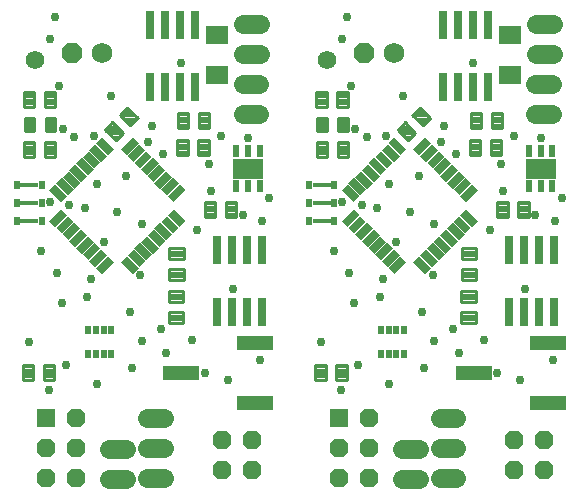
<source format=gts>
G75*
G70*
%OFA0B0*%
%FSLAX24Y24*%
%IPPOS*%
%LPD*%
%AMOC8*
5,1,8,0,0,1.08239X$1,22.5*
%
%ADD10R,0.0559X0.0279*%
%ADD11R,0.0279X0.0559*%
%ADD12R,0.0617X0.0617*%
%ADD13OC8,0.0617*%
%ADD14C,0.0115*%
%ADD15R,0.0236X0.0394*%
%ADD16R,0.1043X0.0689*%
%ADD17C,0.0102*%
%ADD18C,0.0619*%
%ADD19C,0.0617*%
%ADD20R,0.0197X0.0256*%
%ADD21R,0.0295X0.0925*%
%ADD22R,0.0768X0.0610*%
%ADD23R,0.1240X0.0453*%
%ADD24OC8,0.0689*%
%ADD25C,0.0689*%
%ADD26R,0.0197X0.0315*%
%ADD27R,0.0630X0.0157*%
%ADD28C,0.0295*%
D10*
G36*
X004447Y007807D02*
X004054Y008200D01*
X004251Y008397D01*
X004644Y008004D01*
X004447Y007807D01*
G37*
G36*
X004670Y008030D02*
X004277Y008423D01*
X004474Y008620D01*
X004867Y008227D01*
X004670Y008030D01*
G37*
G36*
X004892Y008253D02*
X004499Y008646D01*
X004696Y008843D01*
X005089Y008450D01*
X004892Y008253D01*
G37*
G36*
X005115Y008475D02*
X004722Y008868D01*
X004919Y009065D01*
X005312Y008672D01*
X005115Y008475D01*
G37*
G36*
X005338Y008698D02*
X004945Y009091D01*
X005142Y009288D01*
X005535Y008895D01*
X005338Y008698D01*
G37*
G36*
X005560Y008921D02*
X005167Y009314D01*
X005364Y009511D01*
X005757Y009118D01*
X005560Y008921D01*
G37*
G36*
X005783Y009144D02*
X005390Y009537D01*
X005587Y009734D01*
X005980Y009341D01*
X005783Y009144D01*
G37*
G36*
X006006Y009366D02*
X005613Y009759D01*
X005810Y009956D01*
X006203Y009563D01*
X006006Y009366D01*
G37*
G36*
X003393Y011534D02*
X003000Y011927D01*
X003197Y012124D01*
X003590Y011731D01*
X003393Y011534D01*
G37*
G36*
X003170Y011311D02*
X002777Y011704D01*
X002974Y011901D01*
X003367Y011508D01*
X003170Y011311D01*
G37*
G36*
X002948Y011088D02*
X002555Y011481D01*
X002752Y011678D01*
X003145Y011285D01*
X002948Y011088D01*
G37*
G36*
X002725Y010865D02*
X002332Y011258D01*
X002529Y011455D01*
X002922Y011062D01*
X002725Y010865D01*
G37*
G36*
X002502Y010643D02*
X002109Y011036D01*
X002306Y011233D01*
X002699Y010840D01*
X002502Y010643D01*
G37*
G36*
X002280Y010420D02*
X001887Y010813D01*
X002084Y011010D01*
X002477Y010617D01*
X002280Y010420D01*
G37*
G36*
X002057Y010197D02*
X001664Y010590D01*
X001861Y010787D01*
X002254Y010394D01*
X002057Y010197D01*
G37*
G36*
X003616Y011756D02*
X003223Y012149D01*
X003420Y012346D01*
X003813Y011953D01*
X003616Y011756D01*
G37*
G36*
X011807Y010197D02*
X011414Y010590D01*
X011611Y010787D01*
X012004Y010394D01*
X011807Y010197D01*
G37*
G36*
X012030Y010420D02*
X011637Y010813D01*
X011834Y011010D01*
X012227Y010617D01*
X012030Y010420D01*
G37*
G36*
X012252Y010643D02*
X011859Y011036D01*
X012056Y011233D01*
X012449Y010840D01*
X012252Y010643D01*
G37*
G36*
X012475Y010865D02*
X012082Y011258D01*
X012279Y011455D01*
X012672Y011062D01*
X012475Y010865D01*
G37*
G36*
X012698Y011088D02*
X012305Y011481D01*
X012502Y011678D01*
X012895Y011285D01*
X012698Y011088D01*
G37*
G36*
X012920Y011311D02*
X012527Y011704D01*
X012724Y011901D01*
X013117Y011508D01*
X012920Y011311D01*
G37*
G36*
X013143Y011534D02*
X012750Y011927D01*
X012947Y012124D01*
X013340Y011731D01*
X013143Y011534D01*
G37*
G36*
X013366Y011756D02*
X012973Y012149D01*
X013170Y012346D01*
X013563Y011953D01*
X013366Y011756D01*
G37*
G36*
X015756Y009366D02*
X015363Y009759D01*
X015560Y009956D01*
X015953Y009563D01*
X015756Y009366D01*
G37*
G36*
X015533Y009144D02*
X015140Y009537D01*
X015337Y009734D01*
X015730Y009341D01*
X015533Y009144D01*
G37*
G36*
X015310Y008921D02*
X014917Y009314D01*
X015114Y009511D01*
X015507Y009118D01*
X015310Y008921D01*
G37*
G36*
X015088Y008698D02*
X014695Y009091D01*
X014892Y009288D01*
X015285Y008895D01*
X015088Y008698D01*
G37*
G36*
X014865Y008475D02*
X014472Y008868D01*
X014669Y009065D01*
X015062Y008672D01*
X014865Y008475D01*
G37*
G36*
X014642Y008253D02*
X014249Y008646D01*
X014446Y008843D01*
X014839Y008450D01*
X014642Y008253D01*
G37*
G36*
X014420Y008030D02*
X014027Y008423D01*
X014224Y008620D01*
X014617Y008227D01*
X014420Y008030D01*
G37*
G36*
X014197Y007807D02*
X013804Y008200D01*
X014001Y008397D01*
X014394Y008004D01*
X014197Y007807D01*
G37*
D11*
G36*
X013170Y007807D02*
X012973Y008004D01*
X013366Y008397D01*
X013563Y008200D01*
X013170Y007807D01*
G37*
G36*
X012947Y008030D02*
X012750Y008227D01*
X013143Y008620D01*
X013340Y008423D01*
X012947Y008030D01*
G37*
G36*
X012724Y008253D02*
X012527Y008450D01*
X012920Y008843D01*
X013117Y008646D01*
X012724Y008253D01*
G37*
G36*
X012502Y008475D02*
X012305Y008672D01*
X012698Y009065D01*
X012895Y008868D01*
X012502Y008475D01*
G37*
G36*
X012279Y008698D02*
X012082Y008895D01*
X012475Y009288D01*
X012672Y009091D01*
X012279Y008698D01*
G37*
G36*
X012056Y008921D02*
X011859Y009118D01*
X012252Y009511D01*
X012449Y009314D01*
X012056Y008921D01*
G37*
G36*
X011834Y009144D02*
X011637Y009341D01*
X012030Y009734D01*
X012227Y009537D01*
X011834Y009144D01*
G37*
G36*
X011611Y009366D02*
X011414Y009563D01*
X011807Y009956D01*
X012004Y009759D01*
X011611Y009366D01*
G37*
G36*
X014224Y011534D02*
X014027Y011731D01*
X014420Y012124D01*
X014617Y011927D01*
X014224Y011534D01*
G37*
G36*
X014446Y011311D02*
X014249Y011508D01*
X014642Y011901D01*
X014839Y011704D01*
X014446Y011311D01*
G37*
G36*
X014669Y011088D02*
X014472Y011285D01*
X014865Y011678D01*
X015062Y011481D01*
X014669Y011088D01*
G37*
G36*
X014892Y010865D02*
X014695Y011062D01*
X015088Y011455D01*
X015285Y011258D01*
X014892Y010865D01*
G37*
G36*
X015114Y010643D02*
X014917Y010840D01*
X015310Y011233D01*
X015507Y011036D01*
X015114Y010643D01*
G37*
G36*
X015337Y010420D02*
X015140Y010617D01*
X015533Y011010D01*
X015730Y010813D01*
X015337Y010420D01*
G37*
G36*
X015560Y010197D02*
X015363Y010394D01*
X015756Y010787D01*
X015953Y010590D01*
X015560Y010197D01*
G37*
G36*
X014001Y011756D02*
X013804Y011953D01*
X014197Y012346D01*
X014394Y012149D01*
X014001Y011756D01*
G37*
G36*
X005810Y010197D02*
X005613Y010394D01*
X006006Y010787D01*
X006203Y010590D01*
X005810Y010197D01*
G37*
G36*
X005587Y010420D02*
X005390Y010617D01*
X005783Y011010D01*
X005980Y010813D01*
X005587Y010420D01*
G37*
G36*
X005364Y010643D02*
X005167Y010840D01*
X005560Y011233D01*
X005757Y011036D01*
X005364Y010643D01*
G37*
G36*
X005142Y010865D02*
X004945Y011062D01*
X005338Y011455D01*
X005535Y011258D01*
X005142Y010865D01*
G37*
G36*
X004919Y011088D02*
X004722Y011285D01*
X005115Y011678D01*
X005312Y011481D01*
X004919Y011088D01*
G37*
G36*
X004696Y011311D02*
X004499Y011508D01*
X004892Y011901D01*
X005089Y011704D01*
X004696Y011311D01*
G37*
G36*
X004474Y011534D02*
X004277Y011731D01*
X004670Y012124D01*
X004867Y011927D01*
X004474Y011534D01*
G37*
G36*
X004251Y011756D02*
X004054Y011953D01*
X004447Y012346D01*
X004644Y012149D01*
X004251Y011756D01*
G37*
G36*
X001861Y009366D02*
X001664Y009563D01*
X002057Y009956D01*
X002254Y009759D01*
X001861Y009366D01*
G37*
G36*
X002084Y009144D02*
X001887Y009341D01*
X002280Y009734D01*
X002477Y009537D01*
X002084Y009144D01*
G37*
G36*
X002306Y008921D02*
X002109Y009118D01*
X002502Y009511D01*
X002699Y009314D01*
X002306Y008921D01*
G37*
G36*
X002529Y008698D02*
X002332Y008895D01*
X002725Y009288D01*
X002922Y009091D01*
X002529Y008698D01*
G37*
G36*
X002752Y008475D02*
X002555Y008672D01*
X002948Y009065D01*
X003145Y008868D01*
X002752Y008475D01*
G37*
G36*
X002974Y008253D02*
X002777Y008450D01*
X003170Y008843D01*
X003367Y008646D01*
X002974Y008253D01*
G37*
G36*
X003197Y008030D02*
X003000Y008227D01*
X003393Y008620D01*
X003590Y008423D01*
X003197Y008030D01*
G37*
G36*
X003420Y007807D02*
X003223Y008004D01*
X003616Y008397D01*
X003813Y008200D01*
X003420Y007807D01*
G37*
D12*
X001565Y002992D03*
X011315Y002992D03*
D13*
X001565Y000992D03*
X002565Y000992D03*
X002565Y001992D03*
X001565Y001992D03*
X002565Y002992D03*
X007417Y002258D03*
X008417Y002258D03*
X008417Y001258D03*
X007417Y001258D03*
X011315Y000992D03*
X012315Y000992D03*
X012315Y001992D03*
X011315Y001992D03*
X012315Y002992D03*
X017167Y002258D03*
X018167Y002258D03*
X018167Y001258D03*
X017167Y001258D03*
D14*
X015886Y006176D02*
X015886Y006520D01*
X015886Y006176D02*
X015392Y006176D01*
X015392Y006520D01*
X015886Y006520D01*
X015886Y006290D02*
X015392Y006290D01*
X015392Y006404D02*
X015886Y006404D01*
X015886Y006518D02*
X015392Y006518D01*
X015886Y006876D02*
X015886Y007220D01*
X015886Y006876D02*
X015392Y006876D01*
X015392Y007220D01*
X015886Y007220D01*
X015886Y006990D02*
X015392Y006990D01*
X015392Y007104D02*
X015886Y007104D01*
X015886Y007218D02*
X015392Y007218D01*
X015901Y007606D02*
X015901Y007950D01*
X015901Y007606D02*
X015407Y007606D01*
X015407Y007950D01*
X015901Y007950D01*
X015901Y007720D02*
X015407Y007720D01*
X015407Y007834D02*
X015901Y007834D01*
X015901Y007948D02*
X015407Y007948D01*
X015901Y008306D02*
X015901Y008650D01*
X015901Y008306D02*
X015407Y008306D01*
X015407Y008650D01*
X015901Y008650D01*
X015901Y008420D02*
X015407Y008420D01*
X015407Y008534D02*
X015901Y008534D01*
X015901Y008648D02*
X015407Y008648D01*
X016602Y010185D02*
X016946Y010185D01*
X016946Y009691D01*
X016602Y009691D01*
X016602Y010185D01*
X016602Y009805D02*
X016946Y009805D01*
X016946Y009919D02*
X016602Y009919D01*
X016602Y010033D02*
X016946Y010033D01*
X016946Y010147D02*
X016602Y010147D01*
X017302Y010185D02*
X017646Y010185D01*
X017646Y009691D01*
X017302Y009691D01*
X017302Y010185D01*
X017302Y009805D02*
X017646Y009805D01*
X017646Y009919D02*
X017302Y009919D01*
X017302Y010033D02*
X017646Y010033D01*
X017646Y010147D02*
X017302Y010147D01*
X016726Y011762D02*
X016382Y011762D01*
X016382Y012256D01*
X016726Y012256D01*
X016726Y011762D01*
X016726Y011876D02*
X016382Y011876D01*
X016382Y011990D02*
X016726Y011990D01*
X016726Y012104D02*
X016382Y012104D01*
X016382Y012218D02*
X016726Y012218D01*
X016752Y012663D02*
X016408Y012663D01*
X016408Y013157D01*
X016752Y013157D01*
X016752Y012663D01*
X016752Y012777D02*
X016408Y012777D01*
X016408Y012891D02*
X016752Y012891D01*
X016752Y013005D02*
X016408Y013005D01*
X016408Y013119D02*
X016752Y013119D01*
X016052Y012663D02*
X015708Y012663D01*
X015708Y013157D01*
X016052Y013157D01*
X016052Y012663D01*
X016052Y012777D02*
X015708Y012777D01*
X015708Y012891D02*
X016052Y012891D01*
X016052Y013005D02*
X015708Y013005D01*
X015708Y013119D02*
X016052Y013119D01*
X016026Y011762D02*
X015682Y011762D01*
X015682Y012256D01*
X016026Y012256D01*
X016026Y011762D01*
X016026Y011876D02*
X015682Y011876D01*
X015682Y011990D02*
X016026Y011990D01*
X016026Y012104D02*
X015682Y012104D01*
X015682Y012218D02*
X016026Y012218D01*
X014361Y012992D02*
X014118Y012749D01*
X013769Y013098D01*
X014012Y013341D01*
X014361Y012992D01*
X014232Y012863D02*
X014004Y012863D01*
X013890Y012977D02*
X014346Y012977D01*
X014262Y013091D02*
X013776Y013091D01*
X013876Y013205D02*
X014148Y013205D01*
X014034Y013319D02*
X013990Y013319D01*
X013866Y012497D02*
X013623Y012254D01*
X013274Y012603D01*
X013517Y012846D01*
X013866Y012497D01*
X013737Y012368D02*
X013509Y012368D01*
X013395Y012482D02*
X013851Y012482D01*
X013767Y012596D02*
X013281Y012596D01*
X013381Y012710D02*
X013653Y012710D01*
X013539Y012824D02*
X013495Y012824D01*
X011614Y013371D02*
X011270Y013371D01*
X011270Y013865D01*
X011614Y013865D01*
X011614Y013371D01*
X011614Y013485D02*
X011270Y013485D01*
X011270Y013599D02*
X011614Y013599D01*
X011614Y013713D02*
X011270Y013713D01*
X011270Y013827D02*
X011614Y013827D01*
X010914Y013371D02*
X010570Y013371D01*
X010570Y013865D01*
X010914Y013865D01*
X010914Y013371D01*
X010914Y013485D02*
X010570Y013485D01*
X010570Y013599D02*
X010914Y013599D01*
X010914Y013713D02*
X010570Y013713D01*
X010570Y013827D02*
X010914Y013827D01*
X010919Y011699D02*
X010575Y011699D01*
X010575Y012193D01*
X010919Y012193D01*
X010919Y011699D01*
X010919Y011813D02*
X010575Y011813D01*
X010575Y011927D02*
X010919Y011927D01*
X010919Y012041D02*
X010575Y012041D01*
X010575Y012155D02*
X010919Y012155D01*
X011275Y011699D02*
X011619Y011699D01*
X011275Y011699D02*
X011275Y012193D01*
X011619Y012193D01*
X011619Y011699D01*
X011619Y011813D02*
X011275Y011813D01*
X011275Y011927D02*
X011619Y011927D01*
X011619Y012041D02*
X011275Y012041D01*
X011275Y012155D02*
X011619Y012155D01*
X007896Y010185D02*
X007552Y010185D01*
X007896Y010185D02*
X007896Y009691D01*
X007552Y009691D01*
X007552Y010185D01*
X007552Y009805D02*
X007896Y009805D01*
X007896Y009919D02*
X007552Y009919D01*
X007552Y010033D02*
X007896Y010033D01*
X007896Y010147D02*
X007552Y010147D01*
X007196Y010185D02*
X006852Y010185D01*
X007196Y010185D02*
X007196Y009691D01*
X006852Y009691D01*
X006852Y010185D01*
X006852Y009805D02*
X007196Y009805D01*
X007196Y009919D02*
X006852Y009919D01*
X006852Y010033D02*
X007196Y010033D01*
X007196Y010147D02*
X006852Y010147D01*
X006151Y008650D02*
X006151Y008306D01*
X005657Y008306D01*
X005657Y008650D01*
X006151Y008650D01*
X006151Y008420D02*
X005657Y008420D01*
X005657Y008534D02*
X006151Y008534D01*
X006151Y008648D02*
X005657Y008648D01*
X006151Y007950D02*
X006151Y007606D01*
X005657Y007606D01*
X005657Y007950D01*
X006151Y007950D01*
X006151Y007720D02*
X005657Y007720D01*
X005657Y007834D02*
X006151Y007834D01*
X006151Y007948D02*
X005657Y007948D01*
X006136Y007220D02*
X006136Y006876D01*
X005642Y006876D01*
X005642Y007220D01*
X006136Y007220D01*
X006136Y006990D02*
X005642Y006990D01*
X005642Y007104D02*
X006136Y007104D01*
X006136Y007218D02*
X005642Y007218D01*
X006136Y006520D02*
X006136Y006176D01*
X005642Y006176D01*
X005642Y006520D01*
X006136Y006520D01*
X006136Y006290D02*
X005642Y006290D01*
X005642Y006404D02*
X006136Y006404D01*
X006136Y006518D02*
X005642Y006518D01*
X001824Y004758D02*
X001480Y004758D01*
X001824Y004758D02*
X001824Y004264D01*
X001480Y004264D01*
X001480Y004758D01*
X001480Y004378D02*
X001824Y004378D01*
X001824Y004492D02*
X001480Y004492D01*
X001480Y004606D02*
X001824Y004606D01*
X001824Y004720D02*
X001480Y004720D01*
X001124Y004758D02*
X000780Y004758D01*
X001124Y004758D02*
X001124Y004264D01*
X000780Y004264D01*
X000780Y004758D01*
X000780Y004378D02*
X001124Y004378D01*
X001124Y004492D02*
X000780Y004492D01*
X000780Y004606D02*
X001124Y004606D01*
X001124Y004720D02*
X000780Y004720D01*
X000825Y011699D02*
X001169Y011699D01*
X000825Y011699D02*
X000825Y012193D01*
X001169Y012193D01*
X001169Y011699D01*
X001169Y011813D02*
X000825Y011813D01*
X000825Y011927D02*
X001169Y011927D01*
X001169Y012041D02*
X000825Y012041D01*
X000825Y012155D02*
X001169Y012155D01*
X001525Y011699D02*
X001869Y011699D01*
X001525Y011699D02*
X001525Y012193D01*
X001869Y012193D01*
X001869Y011699D01*
X001869Y011813D02*
X001525Y011813D01*
X001525Y011927D02*
X001869Y011927D01*
X001869Y012041D02*
X001525Y012041D01*
X001525Y012155D02*
X001869Y012155D01*
X001864Y013371D02*
X001520Y013371D01*
X001520Y013865D01*
X001864Y013865D01*
X001864Y013371D01*
X001864Y013485D02*
X001520Y013485D01*
X001520Y013599D02*
X001864Y013599D01*
X001864Y013713D02*
X001520Y013713D01*
X001520Y013827D02*
X001864Y013827D01*
X001164Y013371D02*
X000820Y013371D01*
X000820Y013865D01*
X001164Y013865D01*
X001164Y013371D01*
X001164Y013485D02*
X000820Y013485D01*
X000820Y013599D02*
X001164Y013599D01*
X001164Y013713D02*
X000820Y013713D01*
X000820Y013827D02*
X001164Y013827D01*
X003873Y012254D02*
X004116Y012497D01*
X003873Y012254D02*
X003524Y012603D01*
X003767Y012846D01*
X004116Y012497D01*
X003987Y012368D02*
X003759Y012368D01*
X003645Y012482D02*
X004101Y012482D01*
X004017Y012596D02*
X003531Y012596D01*
X003631Y012710D02*
X003903Y012710D01*
X003789Y012824D02*
X003745Y012824D01*
X004368Y012749D02*
X004611Y012992D01*
X004368Y012749D02*
X004019Y013098D01*
X004262Y013341D01*
X004611Y012992D01*
X004482Y012863D02*
X004254Y012863D01*
X004140Y012977D02*
X004596Y012977D01*
X004512Y013091D02*
X004026Y013091D01*
X004126Y013205D02*
X004398Y013205D01*
X004284Y013319D02*
X004240Y013319D01*
X005958Y012663D02*
X006302Y012663D01*
X005958Y012663D02*
X005958Y013157D01*
X006302Y013157D01*
X006302Y012663D01*
X006302Y012777D02*
X005958Y012777D01*
X005958Y012891D02*
X006302Y012891D01*
X006302Y013005D02*
X005958Y013005D01*
X005958Y013119D02*
X006302Y013119D01*
X006658Y012663D02*
X007002Y012663D01*
X006658Y012663D02*
X006658Y013157D01*
X007002Y013157D01*
X007002Y012663D01*
X007002Y012777D02*
X006658Y012777D01*
X006658Y012891D02*
X007002Y012891D01*
X007002Y013005D02*
X006658Y013005D01*
X006658Y013119D02*
X007002Y013119D01*
X006976Y011762D02*
X006632Y011762D01*
X006632Y012256D01*
X006976Y012256D01*
X006976Y011762D01*
X006976Y011876D02*
X006632Y011876D01*
X006632Y011990D02*
X006976Y011990D01*
X006976Y012104D02*
X006632Y012104D01*
X006632Y012218D02*
X006976Y012218D01*
X006276Y011762D02*
X005932Y011762D01*
X005932Y012256D01*
X006276Y012256D01*
X006276Y011762D01*
X006276Y011876D02*
X005932Y011876D01*
X005932Y011990D02*
X006276Y011990D01*
X006276Y012104D02*
X005932Y012104D01*
X005932Y012218D02*
X006276Y012218D01*
X010530Y004758D02*
X010874Y004758D01*
X010874Y004264D01*
X010530Y004264D01*
X010530Y004758D01*
X010530Y004378D02*
X010874Y004378D01*
X010874Y004492D02*
X010530Y004492D01*
X010530Y004606D02*
X010874Y004606D01*
X010874Y004720D02*
X010530Y004720D01*
X011230Y004758D02*
X011574Y004758D01*
X011574Y004264D01*
X011230Y004264D01*
X011230Y004758D01*
X011230Y004378D02*
X011574Y004378D01*
X011574Y004492D02*
X011230Y004492D01*
X011230Y004606D02*
X011574Y004606D01*
X011574Y004720D02*
X011230Y004720D01*
D15*
X008688Y010739D03*
X008294Y010739D03*
X007900Y010739D03*
X007900Y011881D03*
X008294Y011881D03*
X008688Y011881D03*
X017650Y011881D03*
X018044Y011881D03*
X018438Y011881D03*
X018438Y010739D03*
X018044Y010739D03*
X017650Y010739D03*
D16*
X018044Y011310D03*
X008294Y011310D03*
D17*
X010604Y013005D02*
X010910Y013005D01*
X010910Y012549D01*
X010604Y012549D01*
X010604Y013005D01*
X010604Y012650D02*
X010910Y012650D01*
X010910Y012751D02*
X010604Y012751D01*
X010604Y012852D02*
X010910Y012852D01*
X010910Y012953D02*
X010604Y012953D01*
X011304Y013005D02*
X011610Y013005D01*
X011610Y012549D01*
X011304Y012549D01*
X011304Y013005D01*
X011304Y012650D02*
X011610Y012650D01*
X011610Y012751D02*
X011304Y012751D01*
X011304Y012852D02*
X011610Y012852D01*
X011610Y012953D02*
X011304Y012953D01*
X001860Y013005D02*
X001554Y013005D01*
X001860Y013005D02*
X001860Y012549D01*
X001554Y012549D01*
X001554Y013005D01*
X001554Y012650D02*
X001860Y012650D01*
X001860Y012751D02*
X001554Y012751D01*
X001554Y012852D02*
X001860Y012852D01*
X001860Y012953D02*
X001554Y012953D01*
X001160Y013005D02*
X000854Y013005D01*
X001160Y013005D02*
X001160Y012549D01*
X000854Y012549D01*
X000854Y013005D01*
X000854Y012650D02*
X001160Y012650D01*
X001160Y012751D02*
X000854Y012751D01*
X000854Y012852D02*
X001160Y012852D01*
X001160Y012953D02*
X000854Y012953D01*
D18*
X001188Y014911D03*
X010938Y014911D03*
D19*
X008691Y015134D02*
X008133Y015134D01*
X008133Y016134D02*
X008691Y016134D01*
X008665Y014118D02*
X008107Y014118D01*
X008107Y013118D02*
X008665Y013118D01*
X017857Y013118D02*
X018415Y013118D01*
X018415Y014118D02*
X017857Y014118D01*
X017883Y015134D02*
X018441Y015134D01*
X018441Y016134D02*
X017883Y016134D01*
X015230Y002981D02*
X014672Y002981D01*
X014672Y001981D02*
X015230Y001981D01*
X015230Y000981D02*
X014672Y000981D01*
X013975Y000977D02*
X013417Y000977D01*
X013417Y001977D02*
X013975Y001977D01*
X005480Y001981D02*
X004922Y001981D01*
X004225Y001977D02*
X003667Y001977D01*
X003667Y000977D02*
X004225Y000977D01*
X004922Y000981D02*
X005480Y000981D01*
X005480Y002981D02*
X004922Y002981D01*
D20*
X003735Y005119D03*
X003479Y005119D03*
X003223Y005119D03*
X002968Y005119D03*
X002968Y005926D03*
X003223Y005926D03*
X003479Y005926D03*
X003735Y005926D03*
X012718Y005926D03*
X012973Y005926D03*
X013229Y005926D03*
X013485Y005926D03*
X013485Y005119D03*
X013229Y005119D03*
X012973Y005119D03*
X012718Y005119D03*
D21*
X008746Y006542D03*
X008246Y006542D03*
X007746Y006542D03*
X007246Y006542D03*
X007246Y008589D03*
X007746Y008589D03*
X008246Y008589D03*
X008746Y008589D03*
X006535Y014043D03*
X006035Y014043D03*
X005535Y014043D03*
X005035Y014043D03*
X005035Y016090D03*
X005535Y016090D03*
X006035Y016090D03*
X006535Y016090D03*
X014785Y016090D03*
X015285Y016090D03*
X015785Y016090D03*
X016285Y016090D03*
X016285Y014043D03*
X015785Y014043D03*
X015285Y014043D03*
X014785Y014043D03*
X016996Y008589D03*
X017496Y008589D03*
X017996Y008589D03*
X018496Y008589D03*
X018496Y006542D03*
X017996Y006542D03*
X017496Y006542D03*
X016996Y006542D03*
D22*
X017015Y014414D03*
X017015Y015753D03*
X007265Y015753D03*
X007265Y014414D03*
D23*
X008538Y005496D03*
X008538Y003488D03*
X006058Y004492D03*
X015808Y004492D03*
X018288Y005496D03*
X018288Y003488D03*
D24*
X012166Y015172D03*
X002416Y015172D03*
D25*
X003416Y015172D03*
X013166Y015172D03*
D26*
X011158Y010749D03*
X011158Y010159D03*
X011158Y009568D03*
X010331Y009568D03*
X010331Y010159D03*
X010331Y010749D03*
X001408Y010749D03*
X001408Y010159D03*
X001408Y009568D03*
X000581Y009568D03*
X000581Y010159D03*
X000581Y010749D03*
D27*
X000994Y010749D03*
X000994Y010159D03*
X000994Y009568D03*
X010744Y009568D03*
X010744Y010159D03*
X010744Y010749D03*
D28*
X011438Y010191D03*
X012074Y010110D03*
X012592Y010004D03*
X012991Y010801D03*
X013982Y011046D03*
X015210Y011795D03*
X014717Y012209D03*
X014826Y012741D03*
X013458Y013711D03*
X012894Y012404D03*
X012242Y012368D03*
X011871Y012627D03*
X011730Y014052D03*
X011430Y015639D03*
X011604Y016349D03*
X015802Y014819D03*
X017145Y012393D03*
X018039Y012332D03*
X016727Y011474D03*
X016789Y010556D03*
X017866Y009759D03*
X018506Y009577D03*
X018754Y010316D03*
X016346Y009258D03*
X014491Y009463D03*
X013673Y009860D03*
X013230Y008852D03*
X012804Y007623D03*
X012682Y007033D03*
X011827Y006825D03*
X011655Y007835D03*
X011151Y008563D03*
X009004Y010316D03*
X008116Y009759D03*
X008756Y009577D03*
X007039Y010556D03*
X006977Y011474D03*
X007395Y012393D03*
X008289Y012332D03*
X006052Y014819D03*
X005076Y012741D03*
X004967Y012209D03*
X005460Y011795D03*
X004232Y011046D03*
X003241Y010801D03*
X002324Y010110D03*
X002842Y010004D03*
X003923Y009860D03*
X004741Y009463D03*
X003480Y008852D03*
X004699Y007755D03*
X004344Y006513D03*
X005385Y005962D03*
X004747Y005558D03*
X005569Y005166D03*
X006418Y005602D03*
X006843Y004481D03*
X007614Y004264D03*
X008703Y004921D03*
X010725Y005534D03*
X011958Y004745D03*
X011399Y003941D03*
X012990Y004124D03*
X014155Y004676D03*
X014497Y005558D03*
X015135Y005962D03*
X015319Y005166D03*
X016168Y005602D03*
X016593Y004481D03*
X017364Y004264D03*
X018453Y004921D03*
X017529Y007299D03*
X014449Y007755D03*
X014094Y006513D03*
X007779Y007299D03*
X006596Y009258D03*
X003144Y012404D03*
X002492Y012368D03*
X002121Y012627D03*
X003708Y013711D03*
X001980Y014052D03*
X001680Y015639D03*
X001854Y016349D03*
X001688Y010191D03*
X001401Y008563D03*
X001905Y007835D03*
X002077Y006825D03*
X002932Y007033D03*
X003054Y007623D03*
X000975Y005534D03*
X002208Y004745D03*
X001649Y003941D03*
X003240Y004124D03*
X004405Y004676D03*
M02*

</source>
